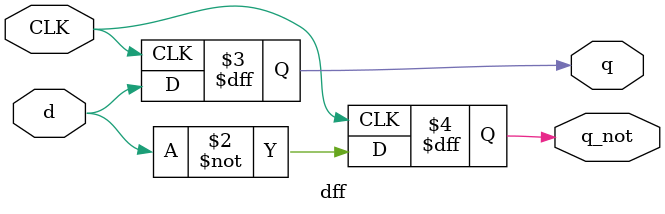
<source format=v>
`timescale 1ns / 1ps


module dff(
    input d,
    input CLK,
    output reg q,
    output reg q_not
    );
    
    always @ (posedge CLK) begin
        q <= d;
        q_not <= ~d;
    end
endmodule

</source>
